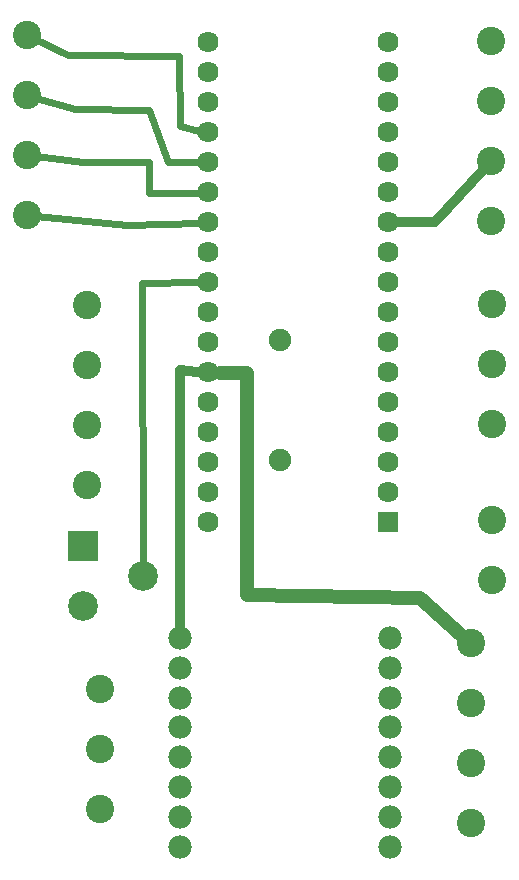
<source format=gbl>
G04 MADE WITH FRITZING*
G04 WWW.FRITZING.ORG*
G04 DOUBLE SIDED*
G04 HOLES PLATED*
G04 CONTOUR ON CENTER OF CONTOUR VECTOR*
%ASAXBY*%
%FSLAX23Y23*%
%MOIN*%
%OFA0B0*%
%SFA1.0B1.0*%
%ADD10C,0.094488*%
%ADD11C,0.075000*%
%ADD12C,0.077701*%
%ADD13C,0.070555*%
%ADD14C,0.070583*%
%ADD15C,0.099000*%
%ADD16R,0.070570X0.070542*%
%ADD17R,0.099000X0.099000*%
%ADD18C,0.032000*%
%ADD19C,0.024000*%
%ADD20C,0.048000*%
%LNCOPPER0*%
G90*
G70*
G54D10*
X381Y690D03*
X381Y490D03*
X381Y290D03*
X337Y1969D03*
X337Y1769D03*
X337Y1569D03*
X337Y1369D03*
X1617Y843D03*
X1617Y643D03*
X1617Y443D03*
X1617Y243D03*
X1686Y2850D03*
X1686Y2650D03*
X1686Y2450D03*
X1686Y2250D03*
X137Y2870D03*
X137Y2670D03*
X137Y2470D03*
X137Y2270D03*
X1690Y1252D03*
X1690Y1052D03*
X1687Y1973D03*
X1687Y1773D03*
X1687Y1573D03*
G54D11*
X983Y1854D03*
X983Y1454D03*
G54D12*
X648Y861D03*
X648Y761D03*
X648Y661D03*
X648Y562D03*
X648Y462D03*
X648Y362D03*
X648Y262D03*
X648Y162D03*
X1347Y861D03*
X1347Y761D03*
X1347Y661D03*
X1347Y562D03*
X1347Y462D03*
X1347Y362D03*
X1347Y262D03*
X1347Y162D03*
G54D13*
X1341Y1245D03*
X1341Y1345D03*
X1341Y1445D03*
X1341Y1545D03*
X1341Y1645D03*
X1341Y1745D03*
X1341Y1845D03*
X1341Y1945D03*
X1341Y2045D03*
G54D14*
X1341Y2145D03*
X1341Y2245D03*
X1341Y2345D03*
G54D13*
X1341Y2445D03*
X1341Y2545D03*
G54D14*
X1341Y2645D03*
X1341Y2745D03*
X1341Y2845D03*
G54D13*
X741Y1245D03*
X741Y1345D03*
X741Y1445D03*
X741Y1545D03*
X741Y1645D03*
X741Y1745D03*
X741Y2045D03*
G54D14*
X741Y2145D03*
G54D13*
X741Y1945D03*
X741Y1845D03*
G54D14*
X741Y2245D03*
X741Y2345D03*
G54D13*
X741Y2445D03*
X741Y2545D03*
G54D14*
X741Y2645D03*
X741Y2745D03*
X741Y2845D03*
G54D15*
X326Y965D03*
X326Y1165D03*
X526Y1065D03*
G54D16*
X1341Y1245D03*
G54D17*
X326Y1165D03*
G54D18*
X647Y1752D02*
X705Y1747D01*
D02*
X648Y896D02*
X647Y1752D01*
G54D19*
D02*
X711Y2045D02*
X522Y2042D01*
D02*
X522Y2042D02*
X526Y1097D01*
G54D20*
D02*
X1586Y871D02*
X1449Y993D01*
D02*
X873Y1742D02*
X781Y1744D01*
D02*
X873Y1002D02*
X873Y1742D01*
D02*
X1449Y993D02*
X873Y1002D01*
G54D19*
D02*
X275Y2804D02*
X644Y2801D01*
D02*
X644Y2801D02*
X650Y2565D01*
D02*
X650Y2565D02*
X712Y2551D01*
D02*
X165Y2856D02*
X275Y2804D01*
D02*
X546Y2621D02*
X300Y2624D01*
D02*
X300Y2624D02*
X167Y2661D01*
D02*
X607Y2446D02*
X546Y2621D01*
D02*
X711Y2445D02*
X607Y2446D01*
D02*
X544Y2446D02*
X325Y2446D01*
D02*
X546Y2342D02*
X544Y2446D01*
D02*
X325Y2446D02*
X168Y2466D01*
D02*
X711Y2344D02*
X546Y2342D01*
D02*
X473Y2238D02*
X168Y2267D01*
D02*
X711Y2244D02*
X473Y2238D01*
G54D18*
D02*
X1662Y2423D02*
X1498Y2246D01*
D02*
X1498Y2246D02*
X1376Y2245D01*
G04 End of Copper0*
M02*
</source>
